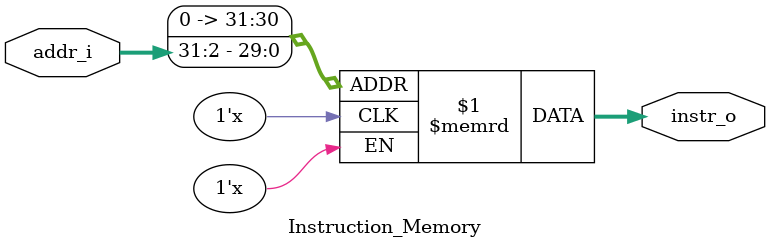
<source format=v>
module Instruction_Memory
(
    addr_i, 
    instr_o
);

// Interface
input	[31:0]	addr_i;
output	[31:0]	instr_o;

// Instruction memory
reg     [31:0]	memory  [0:255];

assign	instr_o = memory[addr_i>>2];  

endmodule
</source>
